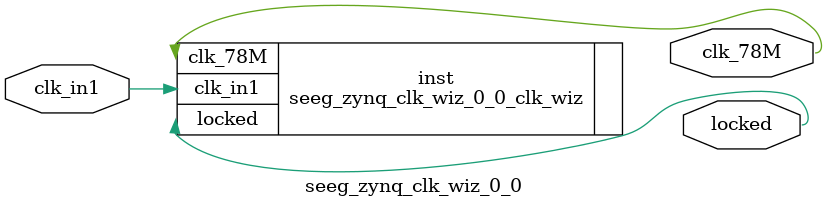
<source format=v>


`timescale 1ps/1ps

(* CORE_GENERATION_INFO = "seeg_zynq_clk_wiz_0_0,clk_wiz_v6_0_12_0_0,{component_name=seeg_zynq_clk_wiz_0_0,use_phase_alignment=false,use_min_o_jitter=false,use_max_i_jitter=false,use_dyn_phase_shift=false,use_inclk_switchover=false,use_dyn_reconfig=false,enable_axi=0,feedback_source=FDBK_AUTO,PRIMITIVE=MMCM,num_out_clk=1,clkin1_period=10.000,clkin2_period=10.000,use_power_down=false,use_reset=false,use_locked=true,use_inclk_stopped=false,feedback_type=SINGLE,CLOCK_MGR_TYPE=NA,manual_override=false}" *)

module seeg_zynq_clk_wiz_0_0 
 (
  // Clock out ports
  output        clk_78M,
  // Status and control signals
  output        locked,
 // Clock in ports
  input         clk_in1
 );

  seeg_zynq_clk_wiz_0_0_clk_wiz inst
  (
  // Clock out ports  
  .clk_78M(clk_78M),
  // Status and control signals               
  .locked(locked),
 // Clock in ports
  .clk_in1(clk_in1)
  );

endmodule

</source>
